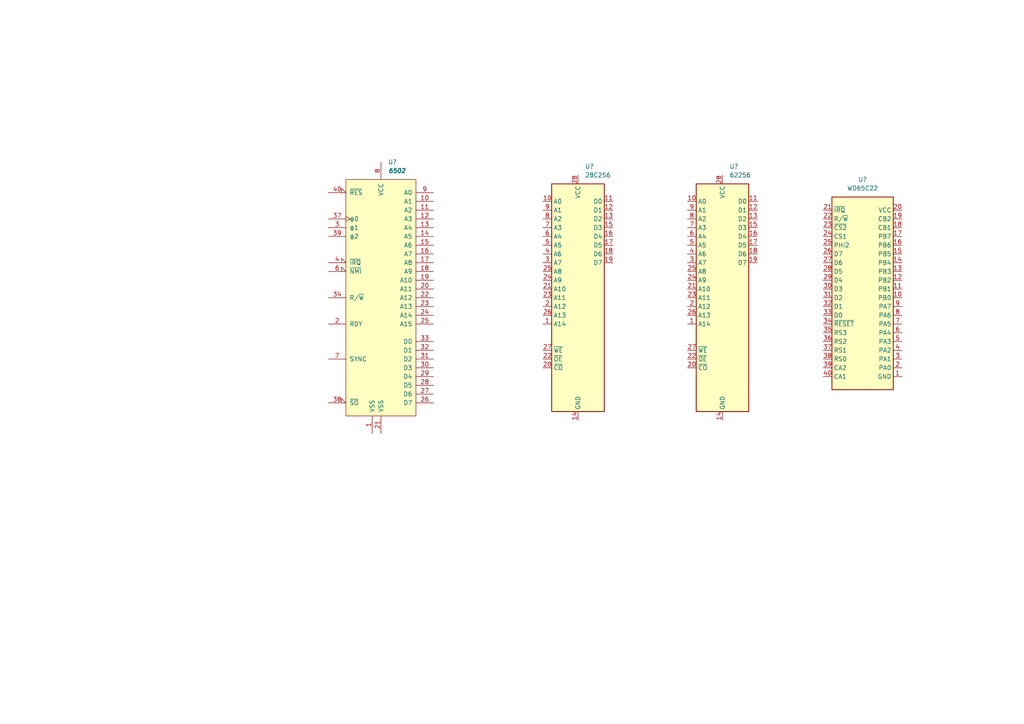
<source format=kicad_sch>
(kicad_sch (version 20211123) (generator eeschema)
  (paper "A4")
  (lib_symbols
    (symbol "micro_controller:28C256"
      (property "Reference" "U" (at 0 1.27 0))
      (property "Value" "28C256" (at 0 -1.27 0))
      (symbol "28C256_1_1"
        (rectangle (start -7.62 33.02) (end 7.62 -33.02) (stroke (width 0.254)) (fill (type background)))
        (pin bidirectional line (at -10.16 -7.62 0) (length 2.54) (name "A14") (number "1"))
        (pin bidirectional line (at -10.16 27.94 0) (length 2.54) (name "A0") (number "10"))
        (pin bidirectional line (at 10.16 27.94 180) (length 2.54) (name "D0") (number "11"))
        (pin bidirectional line (at 10.16 25.4 180) (length 2.54) (name "D1") (number "12"))
        (pin bidirectional line (at 10.16 22.86 180) (length 2.54) (name "D2") (number "13"))
        (pin power_in line (at 0 -35.56 90) (length 2.54) (name "GND") (number "14"))
        (pin bidirectional line (at 10.16 20.32 180) (length 2.54) (name "D3") (number "15"))
        (pin bidirectional line (at 10.16 17.78 180) (length 2.54) (name "D4") (number "16"))
        (pin bidirectional line (at 10.16 15.24 180) (length 2.54) (name "D5") (number "17"))
        (pin bidirectional line (at 10.16 12.7 180) (length 2.54) (name "D6") (number "18"))
        (pin bidirectional line (at 10.16 10.16 180) (length 2.54) (name "D7") (number "19"))
        (pin bidirectional line (at -10.16 -2.54 0) (length 2.54) (name "A12") (number "2"))
        (pin input line (at -10.16 -20.32 0) (length 2.54) (name "~{CO}") (number "20"))
        (pin bidirectional line (at -10.16 2.54 0) (length 2.54) (name "A10") (number "21"))
        (pin input line (at -10.16 -17.78 0) (length 2.54) (name "~{OE}") (number "22"))
        (pin bidirectional line (at -10.16 0 0) (length 2.54) (name "A11") (number "23"))
        (pin bidirectional line (at -10.16 5.08 0) (length 2.54) (name "A9") (number "24"))
        (pin bidirectional line (at -10.16 7.62 0) (length 2.54) (name "A8") (number "25"))
        (pin bidirectional line (at -10.16 -5.08 0) (length 2.54) (name "A13") (number "26"))
        (pin input line (at -10.16 -15.24 0) (length 2.54) (name "~{WE}") (number "27"))
        (pin power_in line (at 0 35.56 270) (length 2.54) (name "VCC") (number "28"))
        (pin bidirectional line (at -10.16 10.16 0) (length 2.54) (name "A7") (number "3"))
        (pin bidirectional line (at -10.16 12.7 0) (length 2.54) (name "A6") (number "4"))
        (pin bidirectional line (at -10.16 15.24 0) (length 2.54) (name "A5") (number "5"))
        (pin bidirectional line (at -10.16 17.78 0) (length 2.54) (name "A4") (number "6"))
        (pin bidirectional line (at -10.16 20.32 0) (length 2.54) (name "A3") (number "7"))
        (pin bidirectional line (at -10.16 22.86 0) (length 2.54) (name "A2") (number "8"))
        (pin bidirectional line (at -10.16 25.4 0) (length 2.54) (name "A1") (number "9"))
      )
    )
    (symbol "micro_controller:62256"
      (property "Reference" "U" (at 0 1.27 0))
      (property "Value" "62256" (at 0 -1.27 0))
      (symbol "62256_1_1"
        (rectangle (start -7.62 33.02) (end 7.62 -33.02) (stroke (width 0.254)) (fill (type background)))
        (pin bidirectional line (at -10.16 -7.62 0) (length 2.54) (name "A14") (number "1"))
        (pin bidirectional line (at -10.16 27.94 0) (length 2.54) (name "A0") (number "10"))
        (pin bidirectional line (at 10.16 27.94 180) (length 2.54) (name "D0") (number "11"))
        (pin bidirectional line (at 10.16 25.4 180) (length 2.54) (name "D1") (number "12"))
        (pin bidirectional line (at 10.16 22.86 180) (length 2.54) (name "D2") (number "13"))
        (pin power_in line (at 0 -35.56 90) (length 2.54) (name "GND") (number "14"))
        (pin bidirectional line (at 10.16 20.32 180) (length 2.54) (name "D3") (number "15"))
        (pin bidirectional line (at 10.16 17.78 180) (length 2.54) (name "D4") (number "16"))
        (pin bidirectional line (at 10.16 15.24 180) (length 2.54) (name "D5") (number "17"))
        (pin bidirectional line (at 10.16 12.7 180) (length 2.54) (name "D6") (number "18"))
        (pin bidirectional line (at 10.16 10.16 180) (length 2.54) (name "D7") (number "19"))
        (pin bidirectional line (at -10.16 -2.54 0) (length 2.54) (name "A12") (number "2"))
        (pin input line (at -10.16 -20.32 0) (length 2.54) (name "~{CO}") (number "20"))
        (pin bidirectional line (at -10.16 2.54 0) (length 2.54) (name "A10") (number "21"))
        (pin input line (at -10.16 -17.78 0) (length 2.54) (name "~{OE}") (number "22"))
        (pin bidirectional line (at -10.16 0 0) (length 2.54) (name "A11") (number "23"))
        (pin bidirectional line (at -10.16 5.08 0) (length 2.54) (name "A9") (number "24"))
        (pin bidirectional line (at -10.16 7.62 0) (length 2.54) (name "A8") (number "25"))
        (pin bidirectional line (at -10.16 -5.08 0) (length 2.54) (name "A13") (number "26"))
        (pin input line (at -10.16 -15.24 0) (length 2.54) (name "~{WE}") (number "27"))
        (pin power_in line (at 0 35.56 270) (length 2.54) (name "VCC") (number "28"))
        (pin bidirectional line (at -10.16 10.16 0) (length 2.54) (name "A7") (number "3"))
        (pin bidirectional line (at -10.16 12.7 0) (length 2.54) (name "A6") (number "4"))
        (pin bidirectional line (at -10.16 15.24 0) (length 2.54) (name "A5") (number "5"))
        (pin bidirectional line (at -10.16 17.78 0) (length 2.54) (name "A4") (number "6"))
        (pin bidirectional line (at -10.16 20.32 0) (length 2.54) (name "A3") (number "7"))
        (pin bidirectional line (at -10.16 22.86 0) (length 2.54) (name "A2") (number "8"))
        (pin bidirectional line (at -10.16 25.4 0) (length 2.54) (name "A1") (number "9"))
      )
    )
    (symbol "micro_controller:6502" (pin_names (offset 1.016))
      (property "Reference" "U" (at -10.16 35.56 0))
      (property "Value" "6502" (at 0 0 90))
      (symbol "6502_0_1"
        (rectangle (start -10.16 34.29) (end 10.16 -34.29) (fill (type background)))
      )
      (symbol "6502_1_1"
        (pin power_in line (at -2.54 -39.37 90) (length 5.08) (name "VSS") (number "1"))
        (pin output line (at 15.24 27.94 180) (length 5.08) (name "A1") (number "10"))
        (pin output line (at 15.24 25.4 180) (length 5.08) (name "A2") (number "11"))
        (pin output line (at 15.24 22.86 180) (length 5.08) (name "A3") (number "12"))
        (pin output line (at 15.24 20.32 180) (length 5.08) (name "A4") (number "13"))
        (pin output line (at 15.24 17.78 180) (length 5.08) (name "A5") (number "14"))
        (pin output line (at 15.24 15.24 180) (length 5.08) (name "A6") (number "15"))
        (pin output line (at 15.24 12.7 180) (length 5.08) (name "A7") (number "16"))
        (pin output line (at 15.24 10.16 180) (length 5.08) (name "A8") (number "17"))
        (pin output line (at 15.24 7.62 180) (length 5.08) (name "A9") (number "18"))
        (pin output line (at 15.24 5.08 180) (length 5.08) (name "A10") (number "19"))
        (pin input line (at -15.24 -7.62 0) (length 5.08) (name "RDY") (number "2"))
        (pin output line (at 15.24 2.54 180) (length 5.08) (name "A11") (number "20"))
        (pin power_in line (at 0 -39.37 90) (length 5.08) (name "VSS") (number "21"))
        (pin output line (at 15.24 0 180) (length 5.08) (name "A12") (number "22"))
        (pin output line (at 15.24 -2.54 180) (length 5.08) (name "A13") (number "23"))
        (pin output line (at 15.24 -5.08 180) (length 5.08) (name "A14") (number "24"))
        (pin output line (at 15.24 -7.62 180) (length 5.08) (name "A15") (number "25"))
        (pin bidirectional line (at 15.24 -30.48 180) (length 5.08) (name "D7") (number "26"))
        (pin bidirectional line (at 15.24 -27.94 180) (length 5.08) (name "D6") (number "27"))
        (pin bidirectional line (at 15.24 -25.4 180) (length 5.08) (name "D5") (number "28"))
        (pin bidirectional line (at 15.24 -22.86 180) (length 5.08) (name "D4") (number "29"))
        (pin output line (at -15.24 20.32 0) (length 5.08) (name "ϕ1") (number "3"))
        (pin bidirectional line (at 15.24 -20.32 180) (length 5.08) (name "D3") (number "30"))
        (pin bidirectional line (at 15.24 -17.78 180) (length 5.08) (name "D2") (number "31"))
        (pin bidirectional line (at 15.24 -15.24 180) (length 5.08) (name "D1") (number "32"))
        (pin bidirectional line (at 15.24 -12.7 180) (length 5.08) (name "D0") (number "33"))
        (pin output line (at -15.24 0 0) (length 5.08) (name "R/~{W}") (number "34"))
        (pin no_connect non_logic (at -10.16 -25.4 0) (length 2.54) hide (name "nc") (number "35"))
        (pin no_connect non_logic (at -10.16 -27.94 0) (length 2.54) hide (name "nc") (number "36"))
        (pin input clock (at -15.24 22.86 0) (length 5.08) (name "ϕ0") (number "37"))
        (pin input input_low (at -15.24 -30.48 0) (length 5.08) (name "~{SO}") (number "38"))
        (pin output line (at -15.24 17.78 0) (length 5.08) (name "ϕ2") (number "39"))
        (pin input input_low (at -15.24 10.16 0) (length 5.08) (name "~{IRQ}") (number "4"))
        (pin input input_low (at -15.24 30.48 0) (length 5.08) (name "~{RES}") (number "40"))
        (pin no_connect non_logic (at -10.16 -22.86 0) (length 2.5654) hide (name "nc") (number "5"))
        (pin input input_low (at -15.24 7.62 0) (length 5.08) (name "~{NMI}") (number "6"))
        (pin output line (at -15.24 -17.78 0) (length 5.08) (name "SYNC") (number "7"))
        (pin power_in line (at 0 39.37 270) (length 5.08) (name "VCC") (number "8"))
        (pin output line (at 15.24 30.48 180) (length 5.08) (name "A0") (number "9"))
      )
    )
    (symbol "micro_controller:WD65C22"
      (property "Reference" "U" (at 0 3.81 0))
      (property "Value" "WD65C22" (at 0 0 0))
      (symbol "WD65C22_1_1"
        (rectangle (start -8.89 30.48) (end 8.89 -25.4) (stroke (width 0.254)) (fill (type background)))
        (pin power_in line (at 11.43 -21.59 180) (length 2.54) (name "GND") (number "1"))
        (pin bidirectional line (at 11.43 1.27 180) (length 2.54) (name "PB0") (number "10"))
        (pin bidirectional line (at 11.43 3.81 180) (length 2.54) (name "PB1") (number "11"))
        (pin bidirectional line (at 11.43 6.35 180) (length 2.54) (name "PB2") (number "12"))
        (pin bidirectional line (at 11.43 8.89 180) (length 2.54) (name "PB3") (number "13"))
        (pin bidirectional line (at 11.43 11.43 180) (length 2.54) (name "PB4") (number "14"))
        (pin bidirectional line (at 11.43 13.97 180) (length 2.54) (name "PB5") (number "15"))
        (pin bidirectional line (at 11.43 16.51 180) (length 2.54) (name "PB6") (number "16"))
        (pin bidirectional line (at 11.43 19.05 180) (length 2.54) (name "PB7") (number "17"))
        (pin bidirectional line (at 11.43 21.59 180) (length 2.54) (name "CB1") (number "18"))
        (pin bidirectional line (at 11.43 24.13 180) (length 2.54) (name "CB2") (number "19"))
        (pin input line (at 11.43 -19.05 180) (length 2.54) (name "PA0") (number "2"))
        (pin power_in line (at 11.43 26.67 180) (length 2.54) (name "VCC") (number "20"))
        (pin input line (at -11.43 26.67 0) (length 2.54) (name "~{IRQ}") (number "21"))
        (pin input line (at -11.43 24.13 0) (length 2.54) (name "R/~{W}") (number "22"))
        (pin input line (at -11.43 21.59 0) (length 2.54) (name "~{CS2}") (number "23"))
        (pin input line (at -11.43 19.05 0) (length 2.54) (name "CS1") (number "24"))
        (pin input line (at -11.43 16.51 0) (length 2.54) (name "PHI2") (number "25"))
        (pin bidirectional line (at -11.43 13.97 0) (length 2.54) (name "D7") (number "26"))
        (pin bidirectional line (at -11.43 11.43 0) (length 2.54) (name "D6") (number "27"))
        (pin bidirectional line (at -11.43 8.89 0) (length 2.54) (name "D5") (number "28"))
        (pin bidirectional line (at -11.43 6.35 0) (length 2.54) (name "D4") (number "29"))
        (pin input line (at 11.43 -16.51 180) (length 2.54) (name "PA1") (number "3"))
        (pin bidirectional line (at -11.43 3.81 0) (length 2.54) (name "D3") (number "30"))
        (pin bidirectional line (at -11.43 1.27 0) (length 2.54) (name "D2") (number "31"))
        (pin bidirectional line (at -11.43 -1.27 0) (length 2.54) (name "D1") (number "32"))
        (pin bidirectional line (at -11.43 -3.81 0) (length 2.54) (name "D0") (number "33"))
        (pin bidirectional line (at -11.43 -6.35 0) (length 2.54) (name "~{RESET}") (number "34"))
        (pin bidirectional line (at -11.43 -8.89 0) (length 2.54) (name "RS3") (number "35"))
        (pin bidirectional line (at -11.43 -11.43 0) (length 2.54) (name "RS2") (number "36"))
        (pin bidirectional line (at -11.43 -13.97 0) (length 2.54) (name "RS1") (number "37"))
        (pin bidirectional line (at -11.43 -16.51 0) (length 2.54) (name "RS0") (number "38"))
        (pin bidirectional line (at -11.43 -19.05 0) (length 2.54) (name "CA2") (number "39"))
        (pin input line (at 11.43 -13.97 180) (length 2.54) (name "PA2") (number "4"))
        (pin bidirectional line (at -11.43 -21.59 0) (length 2.54) (name "CA1") (number "40"))
        (pin input line (at 11.43 -11.43 180) (length 2.54) (name "PA3") (number "5"))
        (pin bidirectional line (at 11.43 -8.89 180) (length 2.54) (name "PA4") (number "6"))
        (pin bidirectional line (at 11.43 -6.35 180) (length 2.54) (name "PA5") (number "7"))
        (pin bidirectional line (at 11.43 -3.81 180) (length 2.54) (name "PA6") (number "8"))
        (pin bidirectional line (at 11.43 -1.27 180) (length 2.54) (name "PA7") (number "9"))
      )
    )
  )
  (symbol (lib_id "micro_controller:6502") (at 110.49 86.36 0) (unit 1)
    (property "Reference" "U?" (at 112.5094 46.99 0) (effects (justify left)))
    (property "Value" "6502" (at 112.5094 49.53 0) (effects (font bold italic) (justify left)))
    (property "Footprint" "Package_DIP:DIP-40_W15.24mm" (effects hide))
    (property "Datasheet" "http://www.6502.org/documents/datasheets/mos/mos_6500_mpu_mar_1980.pdf" (effects hide))
  )
  (symbol (lib_id "micro_controller:28C256") (at 167.64 86.36 0) (unit 1)
    (property "Reference" "U?" (at 169.6594 48.26 0) (effects (justify left)))
    (property "Value" "28C256" (at 169.6594 50.8 0) (effects (justify left)))
  )
  (symbol (lib_id "micro_controller:WD65C22") (at 250.19 87.63 0) (unit 1)
    (property "Reference" "U?" (at 250.19 52.07 0))
    (property "Value" "WD65C22" (at 250.19 54.61 0))
  )
  (symbol (lib_id "micro_controller:62256") (at 209.55 86.36 0) (unit 1)
    (property "Reference" "U?" (at 211.5694 48.26 0) (effects (justify left)))
    (property "Value" "62256" (at 211.5694 50.8 0) (effects (justify left)))
  )
)
</source>
